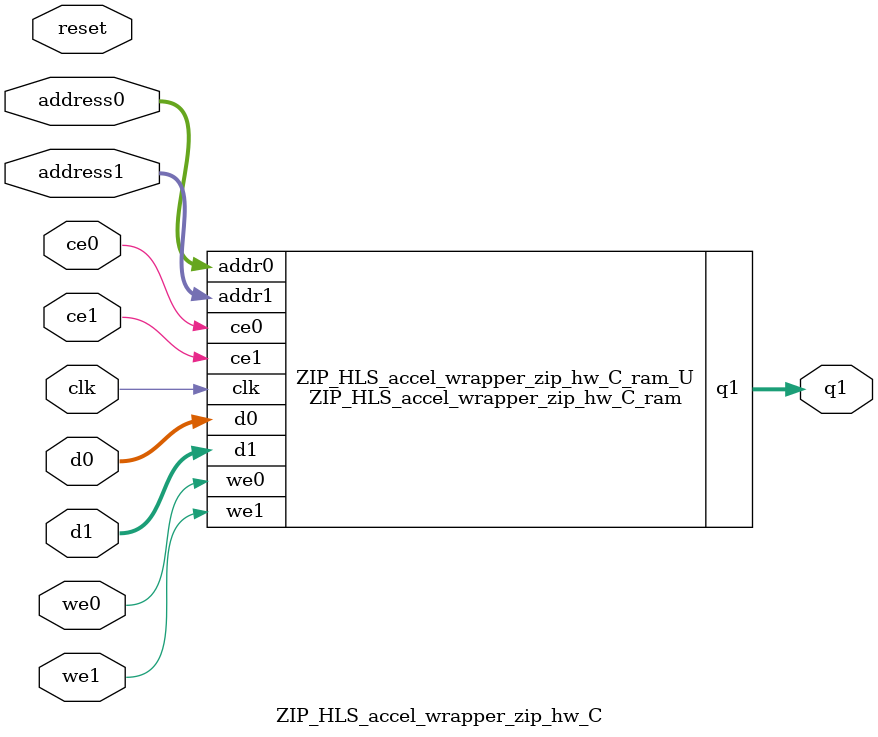
<source format=v>
`timescale 1 ns / 1 ps
module ZIP_HLS_accel_wrapper_zip_hw_C_ram (addr0, ce0, d0, we0, addr1, ce1, d1, we1, q1,  clk);

parameter DWIDTH = 32;
parameter AWIDTH = 12;
parameter MEM_SIZE = 4096;

input[AWIDTH-1:0] addr0;
input ce0;
input[DWIDTH-1:0] d0;
input we0;
input[AWIDTH-1:0] addr1;
input ce1;
input[DWIDTH-1:0] d1;
input we1;
output reg[DWIDTH-1:0] q1;
input clk;

reg [DWIDTH-1:0] ram[0:MEM_SIZE-1];




always @(posedge clk)  
begin 
    if (ce0) begin
        if (we0) 
            ram[addr0] <= d0; 
    end
end


always @(posedge clk)  
begin 
    if (ce1) begin
        if (we1) 
            ram[addr1] <= d1; 
        q1 <= ram[addr1];
    end
end


endmodule

`timescale 1 ns / 1 ps
module ZIP_HLS_accel_wrapper_zip_hw_C(
    reset,
    clk,
    address0,
    ce0,
    we0,
    d0,
    address1,
    ce1,
    we1,
    d1,
    q1);

parameter DataWidth = 32'd32;
parameter AddressRange = 32'd4096;
parameter AddressWidth = 32'd12;
input reset;
input clk;
input[AddressWidth - 1:0] address0;
input ce0;
input we0;
input[DataWidth - 1:0] d0;
input[AddressWidth - 1:0] address1;
input ce1;
input we1;
input[DataWidth - 1:0] d1;
output[DataWidth - 1:0] q1;



ZIP_HLS_accel_wrapper_zip_hw_C_ram ZIP_HLS_accel_wrapper_zip_hw_C_ram_U(
    .clk( clk ),
    .addr0( address0 ),
    .ce0( ce0 ),
    .we0( we0 ),
    .d0( d0 ),
    .addr1( address1 ),
    .ce1( ce1 ),
    .we1( we1 ),
    .d1( d1 ),
    .q1( q1 ));

endmodule


</source>
